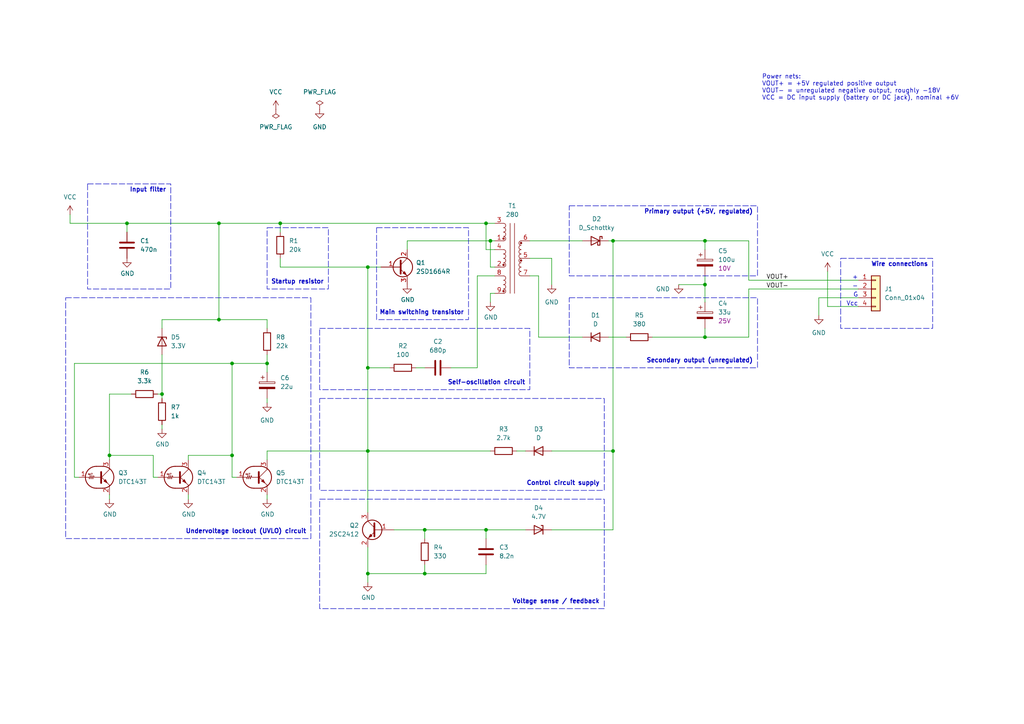
<source format=kicad_sch>
(kicad_sch (version 20230121) (generator eeschema)
  (paper "A4")
  (title_block (title "DC-CONV2-DMG-D") (date "2022-01-12") (rev "A") (company "https://gekkio.fi") (comment 1 "https://github.com/gekkio/gb-schematics"))
  (lib_symbols
    (symbol "Connector_Generic:Conn_01x04" (pin_names (offset 1.016) hide)
      (property "Reference" "J" (at 0 5.08 0))
      (property "Value" "Conn_01x04" (at 0 -7.62 0))
      (symbol "Conn_01x04_1_1"
        (rectangle (start -1.27 -4.953) (end 0 -5.207) (stroke (width 0.1524)))
        (rectangle (start -1.27 -2.413) (end 0 -2.667) (stroke (width 0.1524)))
        (rectangle (start -1.27 0.127) (end 0 -0.127) (stroke (width 0.1524)))
        (rectangle (start -1.27 2.667) (end 0 2.413) (stroke (width 0.1524)))
        (rectangle (start -1.27 3.81) (end 1.27 -6.35) (stroke (width 0.254)) (fill (type background)))
        (pin passive line (at -5.08 2.54 0) (length 3.81) (name "Pin_1") (number "1"))
        (pin passive line (at -5.08 0 0) (length 3.81) (name "Pin_2") (number "2"))
        (pin passive line (at -5.08 -2.54 0) (length 3.81) (name "Pin_3") (number "3"))
        (pin passive line (at -5.08 -5.08 0) (length 3.81) (name "Pin_4") (number "4"))
      )
    )
    (symbol "Device:C" (pin_numbers hide) (pin_names (offset 0.254))
      (property "Reference" "C" (at 0.635 2.54 0))
      (property "Value" "C" (at 0.635 -2.54 0))
      (symbol "C_0_1"
        (polyline (pts (xy -2.032 -0.762) (xy 2.032 -0.762)) (stroke (width 0.508)))
        (polyline (pts (xy -2.032 0.762) (xy 2.032 0.762)) (stroke (width 0.508)))
      )
      (symbol "C_1_1"
        (pin passive line (at 0 3.81 270) (length 2.794) (name "~") (number "1"))
        (pin passive line (at 0 -3.81 90) (length 2.794) (name "~") (number "2"))
      )
    )
    (symbol "Device:C_Polarized" (pin_numbers hide) (pin_names (offset 0.254))
      (property "Reference" "C" (at 0.635 2.54 0))
      (property "Value" "C_Polarized" (at 0.635 -2.54 0))
      (symbol "C_Polarized_0_1"
        (rectangle (start -2.286 0.508) (end 2.286 1.016))
        (polyline (pts (xy -1.778 2.286) (xy -0.762 2.286)))
        (polyline (pts (xy -1.27 2.794) (xy -1.27 1.778)))
        (rectangle (start 2.286 -0.508) (end -2.286 -1.016) (fill (type outline)))
      )
      (symbol "C_Polarized_1_1"
        (pin passive line (at 0 3.81 270) (length 2.794) (name "~") (number "1"))
        (pin passive line (at 0 -3.81 90) (length 2.794) (name "~") (number "2"))
      )
    )
    (symbol "Device:D" (pin_numbers hide) (pin_names (offset 1.016) hide)
      (property "Reference" "D" (at 0 2.54 0))
      (property "Value" "D" (at 0 -2.54 0))
      (symbol "D_0_1"
        (polyline (pts (xy -1.27 1.27) (xy -1.27 -1.27)) (stroke (width 0.254)))
        (polyline (pts (xy 1.27 0) (xy -1.27 0)))
        (polyline (pts (xy 1.27 1.27) (xy 1.27 -1.27) (xy -1.27 0) (xy 1.27 1.27)) (stroke (width 0.254)))
      )
      (symbol "D_1_1"
        (pin passive line (at -3.81 0 0) (length 2.54) (name "K") (number "1"))
        (pin passive line (at 3.81 0 180) (length 2.54) (name "A") (number "2"))
      )
    )
    (symbol "Device:D_Schottky" (pin_numbers hide) (pin_names (offset 1.016) hide)
      (property "Reference" "D" (at 0 2.54 0))
      (property "Value" "D_Schottky" (at 0 -2.54 0))
      (symbol "D_Schottky_0_1"
        (polyline (pts (xy 1.27 0) (xy -1.27 0)))
        (polyline (pts (xy 1.27 1.27) (xy 1.27 -1.27) (xy -1.27 0) (xy 1.27 1.27)) (stroke (width 0.254)))
        (polyline (pts (xy -1.905 0.635) (xy -1.905 1.27) (xy -1.27 1.27) (xy -1.27 -1.27) (xy -0.635 -1.27) (xy -0.635 -0.635)) (stroke (width 0.254)))
      )
      (symbol "D_Schottky_1_1"
        (pin passive line (at -3.81 0 0) (length 2.54) (name "K") (number "1"))
        (pin passive line (at 3.81 0 180) (length 2.54) (name "A") (number "2"))
      )
    )
    (symbol "Device:D_Zener" (pin_numbers hide) (pin_names (offset 1.016) hide)
      (property "Reference" "D" (at 0 2.54 0))
      (property "Value" "D_Zener" (at 0 -2.54 0))
      (symbol "D_Zener_0_1"
        (polyline (pts (xy 1.27 0) (xy -1.27 0)))
        (polyline (pts (xy -1.27 -1.27) (xy -1.27 1.27) (xy -0.762 1.27)) (stroke (width 0.254)))
        (polyline (pts (xy 1.27 -1.27) (xy 1.27 1.27) (xy -1.27 0) (xy 1.27 -1.27)) (stroke (width 0.254)))
      )
      (symbol "D_Zener_1_1"
        (pin passive line (at -3.81 0 0) (length 2.54) (name "K") (number "1"))
        (pin passive line (at 3.81 0 180) (length 2.54) (name "A") (number "2"))
      )
    )
    (symbol "Device:Q_NPN_BCE" (pin_names (offset 0) hide)
      (property "Reference" "Q" (at 5.08 1.27 0))
      (property "Value" "Q_NPN_BCE" (at 5.08 -1.27 0))
      (symbol "Q_NPN_BCE_0_1"
        (polyline (pts (xy 0.635 0.635) (xy 2.54 2.54)))
        (polyline (pts (xy 0.635 -0.635) (xy 2.54 -2.54) (xy 2.54 -2.54)))
        (polyline (pts (xy 0.635 1.905) (xy 0.635 -1.905) (xy 0.635 -1.905)) (stroke (width 0.508)))
        (polyline (pts (xy 1.27 -1.778) (xy 1.778 -1.27) (xy 2.286 -2.286) (xy 1.27 -1.778) (xy 1.27 -1.778)) (fill (type outline)))
        (circle (center 1.27 0) (radius 2.8194) (stroke (width 0.254)))
      )
      (symbol "Q_NPN_BCE_1_1"
        (pin input line (at -5.08 0 0) (length 5.715) (name "B") (number "1"))
        (pin passive line (at 2.54 5.08 270) (length 2.54) (name "C") (number "2"))
        (pin passive line (at 2.54 -5.08 90) (length 2.54) (name "E") (number "3"))
      )
    )
    (symbol "Device:Q_NPN_BEC" (pin_names (offset 0) hide)
      (property "Reference" "Q" (at 5.08 1.27 0))
      (property "Value" "Q_NPN_BEC" (at 5.08 -1.27 0))
      (symbol "Q_NPN_BEC_0_1"
        (polyline (pts (xy 0.635 0.635) (xy 2.54 2.54)))
        (polyline (pts (xy 0.635 -0.635) (xy 2.54 -2.54) (xy 2.54 -2.54)))
        (polyline (pts (xy 0.635 1.905) (xy 0.635 -1.905) (xy 0.635 -1.905)) (stroke (width 0.508)))
        (polyline (pts (xy 1.27 -1.778) (xy 1.778 -1.27) (xy 2.286 -2.286) (xy 1.27 -1.778) (xy 1.27 -1.778)) (fill (type outline)))
        (circle (center 1.27 0) (radius 2.8194) (stroke (width 0.254)))
      )
      (symbol "Q_NPN_BEC_1_1"
        (pin input line (at -5.08 0 0) (length 5.715) (name "B") (number "1"))
        (pin passive line (at 2.54 -5.08 90) (length 2.54) (name "E") (number "2"))
        (pin passive line (at 2.54 5.08 270) (length 2.54) (name "C") (number "3"))
      )
    )
    (symbol "Device:R" (pin_numbers hide) (pin_names (offset 0))
      (property "Reference" "R" (at 2.032 0 90))
      (property "Value" "R" (at 0 0 90))
      (symbol "R_0_1"
        (rectangle (start -1.016 -2.54) (end 1.016 2.54) (stroke (width 0.254)))
      )
      (symbol "R_1_1"
        (pin passive line (at 0 3.81 270) (length 1.27) (name "~") (number "1"))
        (pin passive line (at 0 -3.81 90) (length 1.27) (name "~") (number "2"))
      )
    )
    (symbol "Gekkio_Transformer:GameBoy_Transformer_DMG"
      (property "Reference" "T" (at 0 12.7 0))
      (property "Value" "GameBoy_Transformer_DMG" (at 0 -12.7 0))
      (symbol "GameBoy_Transformer_DMG_0_1"
        (arc (start -2.54 -10.16) (mid -1.9077 -9.525) (end -2.54 -8.89))
        (circle (center -2.54 -9.525) (radius 0.254) (fill (type outline)))
        (arc (start -2.54 -8.89) (mid -1.9077 -8.255) (end -2.54 -7.62))
        (arc (start -2.54 -7.62) (mid -1.9077 -6.985) (end -2.54 -6.35))
        (arc (start -2.54 -6.35) (mid -1.9077 -5.715) (end -2.54 -5.08))
        (arc (start -2.54 -2.54) (mid -1.9077 -1.905) (end -2.54 -1.27))
        (circle (center -2.54 -1.905) (radius 0.254) (fill (type outline)))
        (arc (start -2.54 -1.27) (mid -1.9077 -0.635) (end -2.54 0))
        (arc (start -2.54 0) (mid -1.9077 0.635) (end -2.54 1.27))
        (arc (start -2.54 1.27) (mid -1.9077 1.905) (end -2.54 2.54))
        (arc (start -2.54 5.08) (mid -1.9077 5.715) (end -2.54 6.35))
        (circle (center -2.54 5.715) (radius 0.254) (fill (type outline)))
        (arc (start -2.54 6.35) (mid -1.9077 6.985) (end -2.54 7.62))
        (arc (start -2.54 7.62) (mid -1.9077 8.255) (end -2.54 8.89))
        (arc (start -2.54 8.89) (mid -1.9077 9.525) (end -2.54 10.16))
        (polyline (pts (xy -0.635 10.16) (xy -0.635 -10.16)))
        (polyline (pts (xy 0.635 -10.16) (xy 0.635 10.16)))
        (arc (start 2.54 -3.81) (mid 1.9077 -4.445) (end 2.54 -5.08))
        (arc (start 2.54 -2.54) (mid 1.9077 -3.175) (end 2.54 -3.81))
        (arc (start 2.54 -1.27) (mid 1.9077 -1.905) (end 2.54 -2.54))
        (circle (center 2.54 -0.635) (radius 0.254) (fill (type outline)))
        (arc (start 2.54 0) (mid 1.9077 -0.635) (end 2.54 -1.27))
        (arc (start 2.54 1.27) (mid 1.9077 0.635) (end 2.54 0))
        (arc (start 2.54 2.54) (mid 1.9077 1.905) (end 2.54 1.27))
        (arc (start 2.54 3.81) (mid 1.9077 3.175) (end 2.54 2.54))
        (circle (center 2.54 4.445) (radius 0.254) (fill (type outline)))
        (arc (start 2.54 5.08) (mid 1.9077 4.445) (end 2.54 3.81))
      )
      (symbol "GameBoy_Transformer_DMG_1_1"
        (pin passive line (at -5.08 5.08 0) (length 2.54) (name "~") (number "1"))
        (pin passive line (at -5.08 -2.54 0) (length 2.54) (name "~") (number "2"))
        (pin passive line (at -5.08 10.16 0) (length 2.54) (name "~") (number "3"))
        (pin passive line (at -5.08 2.54 0) (length 2.54) (name "~") (number "4"))
        (pin passive line (at 5.08 0 180) (length 2.54) (name "~") (number "5"))
        (pin passive line (at 5.08 5.08 180) (length 2.54) (name "~") (number "6"))
        (pin passive line (at 5.08 -5.08 180) (length 2.54) (name "~") (number "7"))
        (pin passive line (at -5.08 -5.08 0) (length 2.54) (name "~") (number "8"))
        (pin passive line (at -5.08 -10.16 0) (length 2.54) (name "~") (number "9"))
      )
    )
    (symbol "Transistor_BJT:DTC143T" (pin_names (offset 0) hide)
      (property "Reference" "Q" (at 5.08 1.905 0))
      (property "Value" "DTC143T" (at 5.08 0 0))
      (symbol "DTC143T_0_0"
        (polyline (pts (xy 2.54 -2.286) (xy 2.54 -2.54)))
        (text "4k7" (at -3.048 0.889 0) (effects (font (size 0.508 0.508))))
      )
      (symbol "DTC143T_0_1"
        (arc (start -1.27 3.175) (mid -4.4312 0) (end -1.27 -3.175) (stroke (width 0.254)))
        (polyline (pts (xy -3.429 0) (xy -3.81 0)))
        (polyline (pts (xy -1.27 -3.175) (xy 0.635 -3.175)) (stroke (width 0.254)))
        (polyline (pts (xy -1.27 3.175) (xy 0.635 3.175)) (stroke (width 0.254)))
        (polyline (pts (xy 0 -0.254) (xy 2.54 2.286)))
        (polyline (pts (xy 0.127 1.524) (xy 0.127 -1.651)) (stroke (width 0.508)) (fill (type outline)))
        (polyline (pts (xy 2.54 2.286) (xy 2.54 2.54)))
        (polyline (pts (xy 2.54 -2.286) (xy 0 0.254) (xy 0 0.254)))
        (polyline (pts (xy 0.889 -1.143) (xy 1.397 -0.635) (xy 1.905 -1.651) (xy 0.889 -1.143)) (fill (type outline)))
        (polyline (pts (xy 0 0) (xy -1.905 0) (xy -2.032 0.508) (xy -2.286 -0.508) (xy -2.54 0.508) (xy -2.794 -0.508) (xy -3.048 0.508) (xy -3.302 -0.508) (xy -3.429 0)))
        (arc (start 0.635 -3.175) (mid 3.7962 0) (end 0.635 3.175) (stroke (width 0.254)))
      )
      (symbol "DTC143T_1_1"
        (pin input line (at -6.35 0 0) (length 2.54) (name "B") (number "1"))
        (pin passive line (at 2.54 -5.08 90) (length 2.54) (name "E") (number "2"))
        (pin passive line (at 2.54 5.08 270) (length 2.54) (name "C") (number "3"))
      )
    )
    (symbol "power:GND" (power) (pin_names (offset 0))
      (property "Value" "GND" (at 0 -3.81 0))
      (symbol "GND_0_1"
        (polyline (pts (xy 0 0) (xy 0 -1.27) (xy 1.27 -1.27) (xy 0 -2.54) (xy -1.27 -1.27) (xy 0 -1.27)))
      )
      (symbol "GND_1_1"
        (pin power_in line (at 0 0 270) (length 0) hide (name "GND") (number "1"))
      )
    )
    (symbol "power:PWR_FLAG" (power) (pin_numbers hide) (pin_names (offset 0) hide)
      (property "Value" "PWR_FLAG" (at 0 3.81 0))
      (symbol "PWR_FLAG_0_0"
        (pin power_out line (at 0 0 90) (length 0) (name "pwr") (number "1"))
      )
      (symbol "PWR_FLAG_0_1"
        (polyline (pts (xy 0 0) (xy 0 1.27) (xy -1.016 1.905) (xy 0 2.54) (xy 1.016 1.905) (xy 0 1.27)))
      )
    )
    (symbol "power:VCC" (power) (pin_names (offset 0))
      (property "Value" "VCC" (at 0 3.81 0))
      (symbol "VCC_0_1"
        (polyline (pts (xy -0.762 1.27) (xy 0 2.54)))
        (polyline (pts (xy 0 0) (xy 0 2.54)))
        (polyline (pts (xy 0 2.54) (xy 0.762 1.27)))
      )
      (symbol "VCC_1_1"
        (pin power_in line (at 0 0 90) (length 0) hide (name "VCC") (number "1"))
      )
    )
  )
  (junction (at 204.47 97.79))
  (junction (at 140.97 64.77))
  (junction (at 63.5 64.77))
  (junction (at 123.19 166.37))
  (junction (at 204.47 69.85))
  (junction (at 204.47 82.55))
  (junction (at 123.19 153.67))
  (junction (at 63.5 92.71))
  (junction (at 177.8 69.85))
  (junction (at 77.47 105.41))
  (junction (at 106.68 130.81))
  (junction (at 142.24 69.85))
  (junction (at 106.68 106.68))
  (junction (at 106.68 166.37))
  (junction (at 81.28 64.77))
  (junction (at 106.68 77.47))
  (junction (at 36.83 64.77))
  (junction (at 46.99 114.3))
  (junction (at 67.31 105.41))
  (junction (at 177.8 130.81))
  (junction (at 140.97 153.67))
  (junction (at 31.75 132.08))
  (junction (at 67.31 132.08))
  (wire (pts (xy 204.47 69.85) (xy 217.17 69.85)))
  (wire (pts (xy 153.67 69.85) (xy 168.91 69.85)))
  (wire (pts (xy 77.47 95.25) (xy 77.47 92.71)))
  (wire (pts (xy 143.51 72.39) (xy 140.97 72.39)))
  (wire (pts (xy 36.83 64.77) (xy 36.83 67.31)))
  (wire (pts (xy 123.19 163.83) (xy 123.19 166.37)))
  (wire (pts (xy 140.97 72.39) (xy 140.97 64.77)))
  (wire (pts (xy 140.97 153.67) (xy 152.4 153.67)))
  (wire (pts (xy 142.24 77.47) (xy 143.51 77.47)))
  (wire (pts (xy 130.81 106.68) (xy 138.43 106.68)))
  (wire (pts (xy 204.47 82.55) (xy 196.85 82.55)))
  (wire (pts (xy 77.47 130.81) (xy 106.68 130.81)))
  (wire (pts (xy 204.47 82.55) (xy 204.47 87.63)))
  (wire (pts (xy 81.28 77.47) (xy 106.68 77.47)))
  (wire (pts (xy 123.19 166.37) (xy 106.68 166.37)))
  (wire (pts (xy 204.47 69.85) (xy 204.47 72.39)))
  (wire (pts (xy 22.86 138.43) (xy 21.59 138.43)))
  (wire (pts (xy 156.21 97.79) (xy 168.91 97.79)))
  (wire (pts (xy 240.03 88.9) (xy 240.03 78.74)))
  (wire (pts (xy 156.21 80.01) (xy 156.21 97.79)))
  (wire (pts (xy 77.47 105.41) (xy 67.31 105.41)))
  (wire (pts (xy 142.24 85.09) (xy 142.24 87.63)))
  (wire (pts (xy 110.49 77.47) (xy 106.68 77.47)))
  (wire (pts (xy 217.17 83.82) (xy 217.17 97.79)))
  (wire (pts (xy 204.47 80.01) (xy 204.47 82.55)))
  (wire (pts (xy 46.99 114.3) (xy 46.99 115.57)))
  (wire (pts (xy 31.75 132.08) (xy 44.45 132.08)))
  (wire (pts (xy 46.99 95.25) (xy 46.99 92.71)))
  (wire (pts (xy 67.31 132.08) (xy 67.31 138.43)))
  (wire (pts (xy 138.43 106.68) (xy 138.43 80.01)))
  (wire (pts (xy 46.99 92.71) (xy 63.5 92.71)))
  (wire (pts (xy 54.61 143.51) (xy 54.61 144.78)))
  (wire (pts (xy 44.45 132.08) (xy 44.45 138.43)))
  (wire (pts (xy 123.19 156.21) (xy 123.19 153.67)))
  (wire (pts (xy 160.02 74.93) (xy 153.67 74.93)))
  (wire (pts (xy 160.02 74.93) (xy 160.02 82.55)))
  (wire (pts (xy 177.8 69.85) (xy 204.47 69.85)))
  (wire (pts (xy 118.11 69.85) (xy 142.24 69.85)))
  (wire (pts (xy 140.97 163.83) (xy 140.97 166.37)))
  (wire (pts (xy 46.99 123.19) (xy 46.99 124.46)))
  (wire (pts (xy 248.92 88.9) (xy 240.03 88.9)))
  (wire (pts (xy 77.47 102.87) (xy 77.47 105.41)))
  (wire (pts (xy 189.23 97.79) (xy 204.47 97.79)))
  (wire (pts (xy 20.32 64.77) (xy 20.32 62.23)))
  (wire (pts (xy 67.31 105.41) (xy 21.59 105.41)))
  (wire (pts (xy 204.47 97.79) (xy 217.17 97.79)))
  (wire (pts (xy 67.31 138.43) (xy 68.58 138.43)))
  (wire (pts (xy 123.19 153.67) (xy 140.97 153.67)))
  (wire (pts (xy 248.92 86.36) (xy 237.49 86.36)))
  (wire (pts (xy 120.65 106.68) (xy 123.19 106.68)))
  (wire (pts (xy 160.02 130.81) (xy 177.8 130.81)))
  (wire (pts (xy 177.8 153.67) (xy 160.02 153.67)))
  (wire (pts (xy 81.28 74.93) (xy 81.28 77.47)))
  (wire (pts (xy 113.03 106.68) (xy 106.68 106.68)))
  (wire (pts (xy 20.32 64.77) (xy 36.83 64.77)))
  (wire (pts (xy 77.47 105.41) (xy 77.47 107.95)))
  (wire (pts (xy 156.21 80.01) (xy 153.67 80.01)))
  (wire (pts (xy 77.47 116.84) (xy 77.47 115.57)))
  (wire (pts (xy 248.92 81.28) (xy 217.17 81.28)))
  (wire (pts (xy 106.68 130.81) (xy 106.68 106.68)))
  (wire (pts (xy 142.24 69.85) (xy 142.24 77.47)))
  (wire (pts (xy 31.75 143.51) (xy 31.75 144.78)))
  (wire (pts (xy 31.75 114.3) (xy 31.75 132.08)))
  (wire (pts (xy 106.68 77.47) (xy 106.68 106.68)))
  (wire (pts (xy 143.51 85.09) (xy 142.24 85.09)))
  (wire (pts (xy 204.47 97.79) (xy 204.47 95.25)))
  (wire (pts (xy 106.68 130.81) (xy 142.24 130.81)))
  (wire (pts (xy 140.97 153.67) (xy 140.97 156.21)))
  (wire (pts (xy 63.5 92.71) (xy 77.47 92.71)))
  (wire (pts (xy 81.28 64.77) (xy 140.97 64.77)))
  (wire (pts (xy 176.53 69.85) (xy 177.8 69.85)))
  (wire (pts (xy 46.99 114.3) (xy 45.72 114.3)))
  (wire (pts (xy 237.49 86.36) (xy 237.49 91.44)))
  (wire (pts (xy 45.72 138.43) (xy 44.45 138.43)))
  (wire (pts (xy 140.97 166.37) (xy 123.19 166.37)))
  (wire (pts (xy 54.61 132.08) (xy 67.31 132.08)))
  (wire (pts (xy 138.43 80.01) (xy 143.51 80.01)))
  (wire (pts (xy 143.51 69.85) (xy 142.24 69.85)))
  (wire (pts (xy 118.11 69.85) (xy 118.11 72.39)))
  (wire (pts (xy 21.59 105.41) (xy 21.59 138.43)))
  (wire (pts (xy 54.61 133.35) (xy 54.61 132.08)))
  (wire (pts (xy 106.68 168.91) (xy 106.68 166.37)))
  (wire (pts (xy 114.3 153.67) (xy 123.19 153.67)))
  (wire (pts (xy 140.97 64.77) (xy 143.51 64.77)))
  (wire (pts (xy 248.92 83.82) (xy 217.17 83.82)))
  (wire (pts (xy 177.8 69.85) (xy 177.8 130.81)))
  (wire (pts (xy 152.4 130.81) (xy 149.86 130.81)))
  (wire (pts (xy 63.5 64.77) (xy 63.5 92.71)))
  (wire (pts (xy 38.1 114.3) (xy 31.75 114.3)))
  (wire (pts (xy 81.28 67.31) (xy 81.28 64.77)))
  (wire (pts (xy 36.83 64.77) (xy 63.5 64.77)))
  (wire (pts (xy 67.31 105.41) (xy 67.31 132.08)))
  (wire (pts (xy 106.68 166.37) (xy 106.68 158.75)))
  (wire (pts (xy 217.17 81.28) (xy 217.17 69.85)))
  (wire (pts (xy 177.8 130.81) (xy 177.8 153.67)))
  (wire (pts (xy 63.5 64.77) (xy 81.28 64.77)))
  (wire (pts (xy 31.75 132.08) (xy 31.75 133.35)))
  (wire (pts (xy 46.99 102.87) (xy 46.99 114.3)))
  (wire (pts (xy 106.68 130.81) (xy 106.68 148.59)))
  (wire (pts (xy 176.53 97.79) (xy 181.61 97.79)))
  (wire (pts (xy 77.47 133.35) (xy 77.47 130.81)))
  (wire (pts (xy 77.47 143.51) (xy 77.47 144.78)))
  (rectangle (start 19.05 86.36) (end 90.17 156.21) (stroke (width 0) (type dash)))
  (rectangle (start 25.4 53.34) (end 49.53 83.82) (stroke (width 0) (type dash)))
  (rectangle (start 243.84 74.93) (end 270.51 95.25) (stroke (width 0) (type dash)))
  (rectangle (start 165.1 86.36) (end 219.71 106.68) (stroke (width 0) (type dash)))
  (rectangle (start 77.47 66.04) (end 95.25 83.82) (stroke (width 0) (type dash)))
  (rectangle (start 165.1 59.69) (end 219.71 80.01) (stroke (width 0) (type dash)))
  (rectangle (start 109.22 66.04) (end 135.89 92.71) (stroke (width 0) (type dash)))
  (rectangle (start 92.71 144.78) (end 175.26 176.53) (stroke (width 0) (type dash)))
  (rectangle (start 92.71 115.57) (end 175.26 142.24) (stroke (width 0) (type dash)))
  (rectangle (start 92.71 95.25) (end 153.67 113.03) (stroke (width 0) (type dash)))
  (text "-" (at 248.92 83.82 0) (effects (font (size 1.27 1.27)) (justify right bottom)))
  (text "+" (at 248.92 81.28 0) (effects (font (size 1.27 1.27)) (justify right bottom)))
  (text "G" (at 248.92 86.36 0) (effects (font (size 1.27 1.27)) (justify right bottom)))
  (text "Wire connections" (at 269.24 77.47 0) (effects (font (size 1.27 1.27) (thickness 0.254) bold) (justify right bottom)))
  (text "Power nets:\nVOUT+ = +5V regulated positive output\nVOUT- = unregulated negative output, roughly -18V\nVCC = DC input supply (battery or DC jack), nominal +6V" (at 220.98 29.21 0) (effects (font (size 1.27 1.27)) (justify left bottom)))
  (text "Input filter" (at 48.26 55.88 0) (effects (font (size 1.27 1.27) (thickness 0.254) bold) (justify right bottom)))
  (text "Startup resistor" (at 93.98 82.55 0) (effects (font (size 1.27 1.27) (thickness 0.254) bold) (justify right bottom)))
  (text "Undervoltage lockout (UVLO) circuit" (at 88.9 154.94 0) (effects (font (size 1.27 1.27) (thickness 0.254) bold) (justify right bottom)))
  (text "Self-oscillation circuit" (at 152.4 111.76 0) (effects (font (size 1.27 1.27) bold) (justify right bottom)))
  (text "Secondary output (unregulated)\n" (at 218.44 105.41 0) (effects (font (size 1.27 1.27) (thickness 0.254) bold) (justify right bottom)))
  (text "Main switching transistor" (at 134.62 91.44 0) (effects (font (size 1.27 1.27) bold) (justify right bottom)))
  (text "Voltage sense / feedback" (at 173.99 175.26 0) (effects (font (size 1.27 1.27) bold) (justify right bottom)))
  (text "Primary output (+5V, regulated)" (at 218.44 62.23 0) (effects (font (size 1.27 1.27) (thickness 0.254) bold) (justify right bottom)))
  (text "Control circuit supply" (at 173.99 140.97 0) (effects (font (size 1.27 1.27) bold) (justify right bottom)))
  (text "Vcc" (at 248.92 88.9 0) (effects (font (size 1.27 1.27)) (justify right bottom)))
  (label "VOUT+" (at 222.25 81.28 0))
  (label "VOUT-" (at 222.25 83.82 0))
  (symbol (lib_id "power:VCC") (at 20.32 62.23 0) (unit 1)
    (property "Reference" "#PWR0101" (effects hide))
    (property "Value" "VCC" (at 20.32 57.15 0))
  )
  (symbol (lib_id "Gekkio_Transformer:GameBoy_Transformer_DMG") (at 148.59 74.93 0) (unit 1)
    (property "Reference" "T1" (at 148.59 59.69 0))
    (property "Value" "280" (at 148.59 62.23 0))
    (property "Footprint" "Gekkio_Transformer_THT:Transformer_GameBoy_DMG" (effects hide))
  )
  (symbol (lib_id "Device:R") (at 81.28 71.12 0) (unit 1)
    (property "Reference" "R1" (at 83.82 69.8499 0) (effects (justify left)))
    (property "Value" "20k" (at 83.82 72.3899 0) (effects (justify left)))
  )
  (symbol (lib_id "Device:Q_NPN_BCE") (at 115.57 77.47 0) (unit 1)
    (property "Reference" "Q1" (at 120.65 76.1999 0) (effects (justify left)))
    (property "Value" "2SD1664R" (at 120.65 78.7399 0) (effects (justify left)))
  )
  (symbol (lib_id "Device:C") (at 127 106.68 270) (unit 1)
    (property "Reference" "C2" (at 127 99.06 90))
    (property "Value" "680p" (at 127 101.6 90))
  )
  (symbol (lib_id "Device:R") (at 116.84 106.68 270) (unit 1)
    (property "Reference" "R2" (at 116.84 100.33 90))
    (property "Value" "100" (at 116.84 102.87 90))
  )
  (symbol (lib_id "power:GND") (at 118.11 82.55 0) (unit 1)
    (property "Reference" "#PWR0102" (effects hide))
    (property "Value" "GND" (at 118.237 86.9442 0))
  )
  (symbol (lib_id "power:GND") (at 142.24 87.63 0) (unit 1)
    (property "Reference" "#PWR0103" (effects hide))
    (property "Value" "GND" (at 142.367 92.0242 0))
  )
  (symbol (lib_id "Device:C") (at 36.83 71.12 0) (unit 1)
    (property "Reference" "C1" (at 40.64 69.8499 0) (effects (justify left)))
    (property "Value" "470n" (at 40.64 72.3899 0) (effects (justify left)))
  )
  (symbol (lib_id "power:GND") (at 36.83 74.93 0) (unit 1)
    (property "Reference" "#PWR0104" (effects hide))
    (property "Value" "GND" (at 36.957 79.3242 0))
  )
  (symbol (lib_id "power:GND") (at 160.02 82.55 0) (unit 1)
    (property "Reference" "#PWR0105" (effects hide))
    (property "Value" "GND" (at 160.02 87.63 0))
  )
  (symbol (lib_id "Device:D_Schottky") (at 172.72 69.85 0) (mirror y) (unit 1)
    (property "Reference" "D2" (at 173.0375 63.5 0))
    (property "Value" "D_Schottky" (at 173.0375 66.04 0))
    (property "Footprint" "Package_TO_SOT_SMD:SOT-23" (effects hide))
  )
  (symbol (lib_id "Device:D") (at 172.72 97.79 0) (unit 1)
    (property "Reference" "D1" (at 172.72 91.44 0))
    (property "Value" "D" (at 172.72 93.98 0))
    (property "Sim.Device" "D" (effects hide))
    (property "Sim.Pins" "1=K 2=A" (effects hide))
  )
  (symbol (lib_id "Device:R") (at 185.42 97.79 270) (unit 1)
    (property "Reference" "R5" (at 185.42 91.44 90))
    (property "Value" "380" (at 185.42 93.98 90))
  )
  (symbol (lib_id "Device:C_Polarized") (at 204.47 76.2 0) (unit 1)
    (property "Reference" "C5" (at 208.28 72.7709 0) (effects (justify left)))
    (property "Value" "100u" (at 208.28 75.3109 0) (effects (justify left)))
    (property "Rating" "10V" (at 208.28 77.8509 0) (effects (justify left)))
  )
  (symbol (lib_id "Device:C_Polarized") (at 204.47 91.44 0) (unit 1)
    (property "Reference" "C4" (at 208.28 88.0109 0) (effects (justify left)))
    (property "Value" "33u" (at 208.28 90.5509 0) (effects (justify left)))
    (property "Rating" "25V" (at 208.28 93.0909 0) (effects (justify left)))
  )
  (symbol (lib_id "power:GND") (at 196.85 82.55 0) (unit 1)
    (property "Reference" "#PWR0106" (effects hide))
    (property "Value" "GND" (at 194.31 83.8199 0) (effects (justify right)))
  )
  (symbol (lib_id "Device:D") (at 156.21 130.81 0) (unit 1)
    (property "Reference" "D3" (at 156.21 124.46 0))
    (property "Value" "D" (at 156.21 127 0))
    (property "Sim.Device" "D" (effects hide))
    (property "Sim.Pins" "1=K 2=A" (effects hide))
  )
  (symbol (lib_id "Device:R") (at 146.05 130.81 270) (unit 1)
    (property "Reference" "R3" (at 146.05 124.46 90))
    (property "Value" "2.7k" (at 146.05 127 90))
  )
  (symbol (lib_id "Device:Q_NPN_BEC") (at 109.22 153.67 0) (mirror y) (unit 1)
    (property "Reference" "Q2" (at 104.14 152.3999 0) (effects (justify left)))
    (property "Value" "2SC2412" (at 104.14 154.9399 0) (effects (justify left)))
  )
  (symbol (lib_id "power:GND") (at 106.68 168.91 0) (unit 1)
    (property "Reference" "#PWR0107" (effects hide))
    (property "Value" "GND" (at 106.807 173.3042 0))
  )
  (symbol (lib_id "Device:R") (at 123.19 160.02 0) (unit 1)
    (property "Reference" "R4" (at 125.73 158.7499 0) (effects (justify left)))
    (property "Value" "330" (at 125.73 161.2899 0) (effects (justify left)))
  )
  (symbol (lib_id "Device:C") (at 140.97 160.02 0) (unit 1)
    (property "Reference" "C3" (at 144.78 158.7499 0) (effects (justify left)))
    (property "Value" "8.2n" (at 144.78 161.2899 0) (effects (justify left)))
  )
  (symbol (lib_id "Device:D_Zener") (at 156.21 153.67 0) (mirror y) (unit 1)
    (property "Reference" "D4" (at 156.21 147.32 0))
    (property "Value" "4.7V" (at 156.21 149.86 0))
  )
  (symbol (lib_id "Connector_Generic:Conn_01x04") (at 254 83.82 0) (unit 1)
    (property "Reference" "J1" (at 256.54 83.8199 0) (effects (justify left)))
    (property "Value" "Conn_01x04" (at 256.54 86.3599 0) (effects (justify left)))
  )
  (symbol (lib_id "power:VCC") (at 240.03 78.74 0) (unit 1)
    (property "Reference" "#PWR0108" (effects hide))
    (property "Value" "VCC" (at 240.03 73.66 0))
  )
  (symbol (lib_id "power:GND") (at 237.49 91.44 0) (unit 1)
    (property "Reference" "#PWR0109" (effects hide))
    (property "Value" "GND" (at 237.49 96.52 0))
  )
  (symbol (lib_id "power:PWR_FLAG") (at 80.01 31.75 180) (unit 1)
    (property "Reference" "#FLG0101" (effects hide))
    (property "Value" "PWR_FLAG" (at 80.01 36.83 0))
  )
  (symbol (lib_id "power:VCC") (at 80.01 31.75 0) (unit 1)
    (property "Reference" "#PWR0110" (effects hide))
    (property "Value" "VCC" (at 80.01 26.67 0))
  )
  (symbol (lib_id "power:PWR_FLAG") (at 92.71 31.75 0) (unit 1)
    (property "Reference" "#FLG0102" (effects hide))
    (property "Value" "PWR_FLAG" (at 92.71 26.67 0))
  )
  (symbol (lib_id "power:GND") (at 92.71 31.75 0) (unit 1)
    (property "Reference" "#PWR0111" (effects hide))
    (property "Value" "GND" (at 92.71 36.83 0))
  )
  (symbol (lib_id "power:GND") (at 54.61 144.78 0) (unit 1)
    (property "Reference" "#PWR03" (effects hide))
    (property "Value" "GND" (at 54.737 149.1742 0))
  )
  (symbol (lib_id "Device:R") (at 77.47 99.06 0) (unit 1)
    (property "Reference" "R8" (at 80.01 97.7899 0) (effects (justify left)))
    (property "Value" "22k" (at 80.01 100.3299 0) (effects (justify left)))
  )
  (symbol (lib_id "Device:C_Polarized") (at 77.47 111.76 0) (unit 1)
    (property "Reference" "C6" (at 81.28 109.6009 0) (effects (justify left)))
    (property "Value" "22u" (at 81.28 112.1409 0) (effects (justify left)))
  )
  (symbol (lib_id "power:GND") (at 31.75 144.78 0) (unit 1)
    (property "Reference" "#PWR01" (effects hide))
    (property "Value" "GND" (at 31.877 149.1742 0))
  )
  (symbol (lib_id "power:GND") (at 46.99 124.46 0) (unit 1)
    (property "Reference" "#PWR02" (effects hide))
    (property "Value" "GND" (at 47.117 128.8542 0))
  )
  (symbol (lib_id "Device:D_Zener") (at 46.99 99.06 270) (unit 1)
    (property "Reference" "D5" (at 49.53 97.7899 90) (effects (justify left)))
    (property "Value" "3.3V" (at 49.53 100.3299 90) (effects (justify left)))
  )
  (symbol (lib_id "power:GND") (at 77.47 144.78 0) (unit 1)
    (property "Reference" "#PWR05" (effects hide))
    (property "Value" "GND" (at 77.597 149.1742 0))
  )
  (symbol (lib_id "Transistor_BJT:DTC143T") (at 29.21 138.43 0) (unit 1)
    (property "Reference" "Q3" (at 34.29 137.1599 0) (effects (justify left)))
    (property "Value" "DTC143T" (at 34.29 139.6999 0) (effects (justify left)))
  )
  (symbol (lib_id "power:GND") (at 77.47 116.84 0) (unit 1)
    (property "Reference" "#PWR04" (effects hide))
    (property "Value" "GND" (at 77.47 121.92 0))
  )
  (symbol (lib_id "Transistor_BJT:DTC143T") (at 52.07 138.43 0) (unit 1)
    (property "Reference" "Q4" (at 57.15 137.1599 0) (effects (justify left)))
    (property "Value" "DTC143T" (at 57.15 139.6999 0) (effects (justify left)))
  )
  (symbol (lib_id "Device:R") (at 41.91 114.3 90) (unit 1)
    (property "Reference" "R6" (at 41.91 107.95 90))
    (property "Value" "3.3k" (at 41.91 110.49 90))
  )
  (symbol (lib_id "Transistor_BJT:DTC143T") (at 74.93 138.43 0) (unit 1)
    (property "Reference" "Q5" (at 80.01 137.1599 0) (effects (justify left)))
    (property "Value" "DTC143T" (at 80.01 139.6999 0) (effects (justify left)))
  )
  (symbol (lib_id "Device:R") (at 46.99 119.38 180) (unit 1)
    (property "Reference" "R7" (at 49.53 118.1099 0) (effects (justify right)))
    (property "Value" "1k" (at 49.53 120.6499 0) (effects (justify right)))
  )
)
</source>
